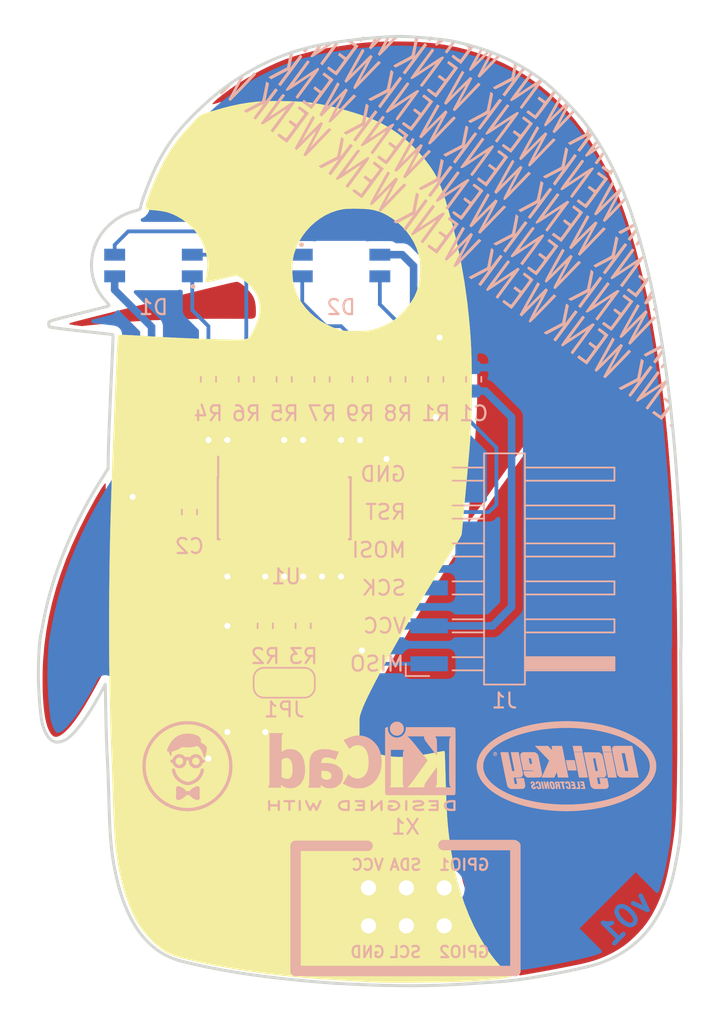
<source format=kicad_pcb>
(kicad_pcb (version 20171130) (host pcbnew "(5.1.0)-1")
  (title_block (title "Wenk SAO") (date 2019-09-30) (rev v01) (comment 2 creativecommons.org/licenses/by/4.0) (comment 3 "License: CC BY 4.0") (comment 4 "Author: Shawn Hymel"))
  (layers (0 F.Cu signal) (31 B.Cu signal) (34 B.Paste user) (35 F.Paste user) (36 B.SilkS user) (37 F.SilkS user) (38 B.Mask user) (39 F.Mask user hide) (44 Edge.Cuts user))
  (net 0 "")
  (net 1 VCC)
  (net 2 GND)
  (net 3 "Net-(D1-Pad4)")
  (net 4 "Net-(D1-Pad1)")
  (net 5 "Net-(D1-Pad3)")
  (net 6 "Net-(D2-Pad3)")
  (net 7 "Net-(D2-Pad1)")
  (net 8 "Net-(D2-Pad4)")
  (net 9 MISO)
  (net 10 SCK_SCL)
  (net 11 MOSI_SDA)
  (net 12 RST)
  (net 13 "Net-(JP1-Pad3)")
  (net 14 "Net-(JP1-Pad1)")
  (net 15 LED_A_RED)
  (net 16 LED_A_BLUE)
  (net 17 LED_A_GREEN)
  (net 18 LED_B_RED)
  (net 19 LED_B_BLUE)
  (net 20 LED_B_GREEN)
  (net 21 "Net-(U1-Pad12)")
  (net 22 "Net-(U1-Pad13)")
  (net 23 "Net-(X1-Pad5)")
  (net 24 "Net-(X1-Pad6)")
  (module footprints:led_sm_keepout (layer B.Cu) (at 134.747 78.74)
    (fp_text reference REF** hide)
    (fp_text value led_sm_keepout hide)
  )
  (module footprints:led_sm_keepout (layer B.Cu) (at 147.32 78.74)
    (fp_text reference REF** hide)
    (fp_text value led_sm_keepout hide)
  )
  (module footprints:gunter-back_silk (layer B.Cu) (at 148.59 95.25 180)
    (fp_text reference G*** hide)
    (fp_text value LOGO hide)
  )
  (module footprints:DigiKey-Logo_12x6mm_SilkScreen (layer B.Cu) (at 162.433 112.268 180)
    (fp_text reference G*** hide)
    (fp_text value LOGO hide)
  )
  (module Symbol:KiCad-Logo2_5mm_SilkScreen (layer B.Cu) (at 148.717 112.268 180)
    (fp_text reference REF** hide)
    (fp_text value KiCad-Logo2_5mm_SilkScreen hide)
  )
  (module footprints:Shawn-Logo_6x6mm_SilkScreen (layer B.Cu) (at 137.033 112.268 180)
    (fp_text reference G*** hide)
    (fp_text value LOGO hide)
  )
  (module footprints:gunter-outer (layer F.Cu) (at 148.59 94.996)
    (fp_text reference G*** hide)
    (fp_text value LOGO hide)
    (fp_poly (pts (xy -17.053342 -1.6249) (xy -17.048976 -1.55676) (xy -17.047651 -1.446637) (xy -17.049377 -1.292486) (xy -17.054161 -1.092265) (xy -17.062014 -0.84393) (xy -17.064647 -0.768768) (xy -17.079705 -0.312915) (xy -17.094103 0.189529) (xy -17.107784 0.73436) (xy -17.120692 1.317371) (xy -17.13277 1.934359) (xy -17.143962 2.581119) (xy -17.154212 3.253444) (xy -17.163463 3.947131) (xy -17.171658 4.657973) (xy -17.178742 5.381767) (xy -17.184657 6.114307) (xy -17.189347 6.851388) (xy -17.192756 7.588804) (xy -17.194827 8.322352) (xy -17.195501 8.974575) (xy -17.1958 10.97685) (xy -17.465447 11.476475) (xy -17.699821 11.907649) (xy -17.91512 12.296971) (xy -18.113836 12.648583) (xy -18.298463 12.966628) (xy -18.471493 13.255248) (xy -18.635417 13.518585) (xy -18.79273 13.760783) (xy -18.945923 13.985982) (xy -19.097489 14.198326) (xy -19.129336 14.241662) (xy -19.336288 14.508193) (xy -19.536348 14.738824) (xy -19.727604 14.93213) (xy -19.908143 15.086689) (xy -20.076053 15.201078) (xy -20.229421 15.273874) (xy -20.366335 15.303654) (xy -20.484882 15.288996) (xy -20.518108 15.27495) (xy -20.63509 15.189151) (xy -20.744763 15.055427) (xy -20.845987 14.876274) (xy -20.937621 14.654193) (xy -21.018525 14.39168) (xy -21.087559 14.091235) (xy -21.107655 13.983542) (xy -21.158547 13.647055) (xy -21.200582 13.267874) (xy -21.233522 12.853367) (xy -21.257129 12.410903) (xy -21.271165 11.947851) (xy -21.27539 11.471581) (xy -21.269569 10.989461) (xy -21.253461 10.508861) (xy -21.232463 10.1219) (xy -21.149062 9.168384) (xy -21.021104 8.215875) (xy -20.848129 7.262941) (xy -20.629682 6.30815) (xy -20.365304 5.350073) (xy -20.054538 4.387278) (xy -19.696925 3.418334) (xy -19.292009 2.441811) (xy -18.839332 1.456278) (xy -18.338436 0.460303) (xy -17.861227 -0.4191) (xy -17.685627 -0.729014) (xy -17.531207 -0.994738) (xy -17.398114 -1.216049) (xy -17.286492 -1.392723) (xy -17.196486 -1.524537) (xy -17.128241 -1.611268) (xy -17.081902 -1.652693) (xy -17.06074 -1.6531) (xy -17.053342 -1.6249)) (layer F.Cu) (width 0.01))
    (fp_poly (pts (xy 3.045976 -31.250136) (xy 3.515667 -31.237423) (xy 3.973624 -31.217181) (xy 4.0259 -31.214324) (xy 4.858588 -31.14446) (xy 5.685617 -31.028721) (xy 6.503412 -30.868268) (xy 7.308402 -30.664263) (xy 8.097013 -30.417868) (xy 8.865673 -30.130246) (xy 9.610807 -29.802558) (xy 10.328844 -29.435966) (xy 11.01621 -29.031633) (xy 11.296278 -28.849917) (xy 11.972108 -28.368028) (xy 12.620173 -27.843637) (xy 13.240411 -27.276819) (xy 13.832762 -26.667653) (xy 14.397166 -26.016214) (xy 14.933563 -25.322579) (xy 15.441892 -24.586825) (xy 15.922093 -23.80903) (xy 16.374107 -22.989269) (xy 16.797871 -22.12762) (xy 17.090372 -21.469804) (xy 17.386656 -20.739444) (xy 17.674307 -19.960822) (xy 17.952938 -19.135802) (xy 18.22216 -18.266248) (xy 18.481587 -17.354024) (xy 18.730833 -16.400995) (xy 18.969509 -15.409024) (xy 19.197229 -14.379976) (xy 19.413605 -13.315715) (xy 19.618252 -12.218105) (xy 19.81078 -11.089009) (xy 19.990804 -9.930293) (xy 20.157936 -8.74382) (xy 20.31179 -7.531455) (xy 20.451977 -6.295061) (xy 20.578111 -5.036503) (xy 20.63625 -4.3942) (xy 20.74671 -3.057425) (xy 20.848256 -1.682921) (xy 20.940186 -0.283095) (xy 21.021798 1.129651) (xy 21.09239 2.542911) (xy 21.151262 3.944281) (xy 21.197711 5.321357) (xy 21.209452 5.7404) (xy 21.219731 6.161611) (xy 21.22913 6.617676) (xy 21.237653 7.105421) (xy 21.245306 7.621671) (xy 21.252096 8.163252) (xy 21.258027 8.726991) (xy 21.263106 9.309712) (xy 21.267339 9.908244) (xy 21.27073 10.51941) (xy 21.273286 11.140038) (xy 21.275012 11.766953) (xy 21.275915 12.396982) (xy 21.275999 13.026949) (xy 21.275271 13.653682) (xy 21.273737 14.274006) (xy 21.271401 14.884747) (xy 21.26827 15.482732) (xy 21.26435 16.064785) (xy 21.259646 16.627734) (xy 21.254164 17.168403) (xy 21.24791 17.68362) (xy 21.240889 18.17021) (xy 21.233108 18.624999) (xy 21.224571 19.044813) (xy 21.215285 19.426478) (xy 21.205255 19.76682) (xy 21.194487 20.062666) (xy 21.183175 20.3073) (xy 21.162534 20.660127) (xy 21.138735 20.989609) (xy 21.110502 21.307495) (xy 21.076559 21.625535) (xy 21.035631 21.955478) (xy 20.986442 22.309076) (xy 20.927716 22.698078) (xy 20.914299 22.7838) (xy 20.825387 23.325494) (xy 20.735944 23.821245) (xy 20.644616 24.275903) (xy 20.550046 24.694316) (xy 20.45088 25.081335) (xy 20.34576 25.441811) (xy 20.233332 25.780591) (xy 20.11224 26.102527) (xy 19.981129 26.412468) (xy 19.838642 26.715264) (xy 19.786099 26.819931) (xy 19.591193 27.183267) (xy 19.394428 27.508877) (xy 19.186681 27.809316) (xy 18.95883 28.097136) (xy 18.701752 28.38489) (xy 18.492112 28.6004) (xy 18.199052 28.880457) (xy 17.915478 29.123971) (xy 17.628692 29.340099) (xy 17.325995 29.537998) (xy 16.99469 29.726824) (xy 16.766074 29.844992) (xy 16.524119 29.961648) (xy 16.286282 30.066685) (xy 16.045997 30.162098) (xy 15.796701 30.249879) (xy 15.531828 30.332024) (xy 15.244813 30.410525) (xy 14.929091 30.487378) (xy 14.578098 30.564574) (xy 14.185269 30.644109) (xy 14.0462 30.671043) (xy 13.824321 30.713617) (xy 13.588734 30.758847) (xy 13.352503 30.804222) (xy 13.12869 30.847233) (xy 12.930359 30.88537) (xy 12.7889 30.912594) (xy 12.660132 30.936965) (xy 12.495035 30.967558) (xy 12.302051 31.002865) (xy 12.089618 31.04138) (xy 11.866178 31.081594) (xy 11.640171 31.122) (xy 11.420037 31.161088) (xy 11.214216 31.197352) (xy 11.03115 31.229285) (xy 10.879277 31.255376) (xy 10.767039 31.274121) (xy 10.748229 31.277152) (xy 10.702877 31.270575) (xy 10.637444 31.236494) (xy 10.545643 31.171291) (xy 10.494229 31.130971) (xy 10.40854 31.059046) (xy 10.298035 30.961356) (xy 10.17386 30.848019) (xy 10.04716 30.729149) (xy 9.972938 30.6578) (xy 9.529946 30.193486) (xy 9.111401 29.685768) (xy 8.717838 29.136059) (xy 8.349794 28.545777) (xy 8.007804 27.916337) (xy 7.692403 27.249153) (xy 7.404128 26.545643) (xy 7.143514 25.80722) (xy 6.911097 25.035302) (xy 6.707412 24.231303) (xy 6.532996 23.39664) (xy 6.388385 22.532727) (xy 6.274112 21.640981) (xy 6.190716 20.722816) (xy 6.18553 20.6502) (xy 6.168376 20.371639) (xy 6.15269 20.050336) (xy 6.138665 19.69433) (xy 6.126492 19.311662) (xy 6.116363 18.910372) (xy 6.108471 18.498501) (xy 6.103007 18.08409) (xy 6.100163 17.675179) (xy 6.100132 17.279808) (xy 6.101054 17.112899) (xy 6.1087 16.077499) (xy 6.604 15.877893) (xy 7.006579 15.71228) (xy 7.368683 15.555628) (xy 7.698863 15.403589) (xy 8.00567 15.251812) (xy 8.297653 15.095947) (xy 8.583363 14.931644) (xy 8.87135 14.754554) (xy 9.091166 14.612577) (xy 9.515546 14.320618) (xy 9.925165 14.011579) (xy 10.329827 13.677488) (xy 10.739336 13.310373) (xy 11.015019 13.048067) (xy 11.521532 12.538545) (xy 11.98476 12.035057) (xy 12.410345 11.529967) (xy 12.80393 11.015641) (xy 13.171157 10.484444) (xy 13.517667 9.92874) (xy 13.849103 9.340897) (xy 14.07373 8.909031) (xy 14.348989 8.345742) (xy 14.594317 7.80525) (xy 14.812659 7.278536) (xy 15.00696 6.756579) (xy 15.180167 6.230362) (xy 15.335224 5.690865) (xy 15.475077 5.129069) (xy 15.602672 4.535955) (xy 15.720953 3.902504) (xy 15.734716 3.823035) (xy 15.771435 3.59038) (xy 15.807352 3.327309) (xy 15.841687 3.042615) (xy 15.873657 2.745092) (xy 15.902482 2.44353) (xy 15.927381 2.146725) (xy 15.947573 1.863467) (xy 15.962278 1.602551) (xy 15.970713 1.372769) (xy 15.972099 1.182914) (xy 15.971595 1.155999) (xy 15.968164 1.021348) (xy 15.964031 0.928548) (xy 15.957342 0.868664) (xy 15.94624 0.83276) (xy 15.928871 0.8119) (xy 15.90338 0.797149) (xy 15.896394 0.793786) (xy 15.810727 0.776691) (xy 15.732473 0.802148) (xy 15.677114 0.864347) (xy 15.671007 0.878383) (xy 15.663132 0.917976) (xy 15.651554 1.00224) (xy 15.636919 1.125234) (xy 15.619873 1.281016) (xy 15.601063 1.463644) (xy 15.581134 1.667176) (xy 15.560732 1.88567) (xy 15.557018 1.926588) (xy 15.524467 2.281821) (xy 15.494772 2.593286) (xy 15.46702 2.867878) (xy 15.440297 3.112488) (xy 15.41369 3.33401) (xy 15.386285 3.539336) (xy 15.357167 3.735359) (xy 15.325424 3.928972) (xy 15.290142 4.127068) (xy 15.250407 4.336541) (xy 15.211404 4.5339) (xy 15.057187 5.2291) (xy 14.876548 5.902821) (xy 14.666297 6.564156) (xy 14.423242 7.222197) (xy 14.144193 7.886035) (xy 13.825959 8.564763) (xy 13.727236 8.763) (xy 13.45251 9.287195) (xy 13.173529 9.776106) (xy 12.883964 10.238721) (xy 12.577484 10.684031) (xy 12.24776 11.121026) (xy 11.888463 11.558698) (xy 11.493263 12.006036) (xy 11.287421 12.228467) (xy 10.761341 12.76577) (xy 10.23465 13.255644) (xy 9.702851 13.701308) (xy 9.161448 14.105985) (xy 8.605943 14.472896) (xy 8.03184 14.805262) (xy 7.434642 15.106304) (xy 6.9977 15.301288) (xy 6.440458 15.519815) (xy 5.862358 15.712864) (xy 5.271772 15.87864) (xy 4.677072 16.015344) (xy 4.086628 16.12118) (xy 3.508814 16.194351) (xy 2.952001 16.233061) (xy 2.6289 16.238991) (xy 2.227306 16.22378) (xy 1.858377 16.180883) (xy 1.52374 16.111107) (xy 1.225021 16.015257) (xy 0.963846 15.894137) (xy 0.74184 15.748553) (xy 0.560631 15.57931) (xy 0.421845 15.387213) (xy 0.327107 15.173066) (xy 0.303352 15.0876) (xy 0.28512 14.971653) (xy 0.274352 14.8195) (xy 0.270907 14.645159) (xy 0.274638 14.462652) (xy 0.285403 14.285997) (xy 0.303057 14.129215) (xy 0.313868 14.065478) (xy 0.345624 13.923295) (xy 0.388 13.770588) (xy 0.442262 13.604647) (xy 0.509681 13.422759) (xy 0.591522 13.222213) (xy 0.689055 13.000298) (xy 0.803549 12.754302) (xy 0.936269 12.481514) (xy 1.088487 12.179221) (xy 1.261468 11.844714) (xy 1.456481 11.47528) (xy 1.674795 11.068208) (xy 1.917678 10.620787) (xy 1.968178 10.5283) (xy 2.636259 9.323921) (xy 3.329463 8.109134) (xy 4.044168 6.889644) (xy 4.776752 5.671153) (xy 5.523593 4.459367) (xy 6.281069 3.259989) (xy 7.045558 2.078724) (xy 7.813438 0.921274) (xy 8.581086 -0.206656) (xy 9.344881 -1.299362) (xy 10.101201 -2.35114) (xy 10.436019 -2.8067) (xy 10.615367 -3.05094) (xy 10.77841 -3.276823) (xy 10.922941 -3.481116) (xy 11.046756 -3.660587) (xy 11.147649 -3.812002) (xy 11.223415 -3.932128) (xy 11.271847 -4.017733) (xy 11.288714 -4.056691) (xy 11.28844 -4.135865) (xy 11.241562 -4.20804) (xy 11.172937 -4.256084) (xy 11.117205 -4.280875) (xy 11.081179 -4.278436) (xy 11.043602 -4.249997) (xy 10.999783 -4.202888) (xy 10.928656 -4.116223) (xy 10.83183 -3.992213) (xy 10.710913 -3.83307) (xy 10.567515 -3.641004) (xy 10.403245 -3.418225) (xy 10.21971 -3.166946) (xy 10.018521 -2.889377) (xy 9.801286 -2.587729) (xy 9.569614 -2.264212) (xy 9.325113 -1.921038) (xy 9.069393 -1.560418) (xy 8.804063 -1.184563) (xy 8.551647 -0.8255) (xy 8.390116 -0.595611) (xy 8.230932 -0.369715) (xy 8.077636 -0.152794) (xy 7.933769 0.050169) (xy 7.802871 0.234192) (xy 7.688485 0.394292) (xy 7.59415 0.525489) (xy 7.523408 0.622799) (xy 7.495593 0.6604) (xy 7.2771 0.9525) (xy 7.269865 0.7874) (xy 7.270238 0.718146) (xy 7.274968 0.606844) (xy 7.283505 0.462004) (xy 7.295298 0.292142) (xy 7.309799 0.105769) (xy 7.326456 -0.0886) (xy 7.326483 -0.0889) (xy 7.341526 -0.256424) (xy 7.360385 -0.466384) (xy 7.382327 -0.710621) (xy 7.406619 -0.980978) (xy 7.432527 -1.269294) (xy 7.459319 -1.567411) (xy 7.486261 -1.86717) (xy 7.512619 -2.160411) (xy 7.517059 -2.2098) (xy 7.572776 -2.836849) (xy 7.622922 -3.417588) (xy 7.667717 -3.956181) (xy 7.70738 -4.456786) (xy 7.74213 -4.923564) (xy 7.772186 -5.360677) (xy 7.797768 -5.772284) (xy 7.819093 -6.162547) (xy 7.836383 -6.535626) (xy 7.849855 -6.895682) (xy 7.859729 -7.246875) (xy 7.866223 -7.593366) (xy 7.869558 -7.939315) (xy 7.869952 -8.288884) (xy 7.867624 -8.646233) (xy 7.865543 -8.8265) (xy 7.847486 -9.724134) (xy 7.816879 -10.581264) (xy 7.772964 -11.406799) (xy 7.714983 -12.209645) (xy 7.642177 -12.998713) (xy 7.55379 -13.78291) (xy 7.449063 -14.571144) (xy 7.327238 -15.372323) (xy 7.288613 -15.6083) (xy 7.197252 -16.131962) (xy 7.09608 -16.664353) (xy 6.98626 -17.201206) (xy 6.868956 -17.738255) (xy 6.745333 -18.271231) (xy 6.616554 -18.795867) (xy 6.483784 -19.307896) (xy 6.348187 -19.80305) (xy 6.210926 -20.277062) (xy 6.073166 -20.725665) (xy 5.936071 -21.14459) (xy 5.800805 -21.529571) (xy 5.668532 -21.87634) (xy 5.540415 -22.18063) (xy 5.434765 -22.40446) (xy 5.218276 -22.793245) (xy 4.956371 -23.190753) (xy 4.652725 -23.592636) (xy 4.311013 -23.99455) (xy 3.934911 -24.392149) (xy 3.528093 -24.781087) (xy 3.1369 -25.12166) (xy 2.728976 -25.434476) (xy 2.274859 -25.73287) (xy 1.777386 -26.015709) (xy 1.239396 -26.281861) (xy 0.663725 -26.530192) (xy 0.053212 -26.759571) (xy -0.589307 -26.968865) (xy -1.260993 -27.156942) (xy -1.959008 -27.322668) (xy -2.680516 -27.464911) (xy -2.77578 -27.481599) (xy -3.072536 -27.531291) (xy -3.342424 -27.572657) (xy -3.59451 -27.606399) (xy -3.837862 -27.633219) (xy -4.081548 -27.653819) (xy -4.334633 -27.668899) (xy -4.606186 -27.679161) (xy -4.905275 -27.685306) (xy -5.240965 -27.688036) (xy -5.4483 -27.688335) (xy -5.810195 -27.686937) (xy -6.130646 -27.682467) (xy -6.418963 -27.674041) (xy -6.684457 -27.660779) (xy -6.936435 -27.641799) (xy -7.184208 -27.61622) (xy -7.437085 -27.583161) (xy -7.704376 -27.541739) (xy -7.99539 -27.491074) (xy -8.319437 -27.430284) (xy -8.4582 -27.403363) (xy -8.85728 -27.320447) (xy -9.209869 -27.236797) (xy -9.513946 -27.152897) (xy -9.5504 -27.141814) (xy -9.68328 -27.101545) (xy -9.775208 -27.075768) (xy -9.83353 -27.063219) (xy -9.865588 -27.062633) (xy -9.878726 -27.072745) (xy -9.8806 -27.084932) (xy -9.860231 -27.12611) (xy -9.80188 -27.192398) (xy -9.709685 -27.280501) (xy -9.587783 -27.387128) (xy -9.440311 -27.508984) (xy -9.271406 -27.642778) (xy -9.085204 -27.785214) (xy -8.885843 -27.933002) (xy -8.67746 -28.082846) (xy -8.464192 -28.231455) (xy -8.305184 -28.339011) (xy -7.757306 -28.690075) (xy -7.197676 -29.020748) (xy -6.633365 -29.327496) (xy -6.071444 -29.606783) (xy -5.518983 -29.855075) (xy -4.983055 -30.068834) (xy -4.5339 -30.224556) (xy -4.245286 -30.313052) (xy -3.92812 -30.403433) (xy -3.593365 -30.493014) (xy -3.251979 -30.579112) (xy -2.914925 -30.659041) (xy -2.593163 -30.730119) (xy -2.297653 -30.789661) (xy -2.0447 -30.834136) (xy -1.908578 -30.855594) (xy -1.731457 -30.883235) (xy -1.522569 -30.915635) (xy -1.291143 -30.951374) (xy -1.04641 -30.989027) (xy -0.797598 -31.027174) (xy -0.553938 -31.064391) (xy -0.32466 -31.099256) (xy -0.3048 -31.102267) (xy 0.01001 -31.143346) (xy 0.368365 -31.178328) (xy 0.763355 -31.207031) (xy 1.188069 -31.229279) (xy 1.635598 -31.244893) (xy 2.099032 -31.253692) (xy 2.571461 -31.2555) (xy 3.045976 -31.250136)) (layer F.Cu) (width 0.01))
  )
  (module footprints:gunter-silk (layer F.Cu) (at 148.59 95.25)
    (fp_text reference G*** hide)
    (fp_text value LOGO hide)
  )
  (module footprints:gunter-exposed_copper (layer F.Cu) (at 139.7 79.502)
    (fp_text reference G*** hide)
    (fp_text value LOGO hide)
    (fp_poly (pts (xy 0.726151 0.350638) (xy 0.843677 0.410211) (xy 0.98249 0.506308) (xy 1.138761 0.636319) (xy 1.28565 0.7747) (xy 1.470573 0.968469) (xy 1.615562 1.147809) (xy 1.725276 1.322625) (xy 1.804373 1.502821) (xy 1.857511 1.698301) (xy 1.889351 1.918969) (xy 1.90094 2.0828) (xy 1.908846 2.285833) (xy 1.908936 2.44436) (xy 1.899091 2.564354) (xy 1.877195 2.651788) (xy 1.841131 2.712635) (xy 1.78878 2.752869) (xy 1.718024 2.778461) (xy 1.649536 2.791969) (xy 1.600616 2.795526) (xy 1.505536 2.7985) (xy 1.368933 2.800871) (xy 1.195444 2.802618) (xy 0.989705 2.803718) (xy 0.756353 2.80415) (xy 0.500025 2.803895) (xy 0.225359 2.802928) (xy -0.06301 2.801231) (xy -0.1778 2.800369) (xy -1.818494 2.803064) (xy -3.441799 2.837235) (xy -5.042622 2.902645) (xy -6.615869 2.999057) (xy -8.156444 3.126232) (xy -9.0297 3.213643) (xy -9.201938 3.232011) (xy -9.361983 3.249053) (xy -9.501308 3.263862) (xy -9.611383 3.275532) (xy -9.683677 3.283157) (xy -9.7028 3.28515) (xy -9.758953 3.284775) (xy -9.85393 3.277604) (xy -9.976374 3.264752) (xy -10.11493 3.247336) (xy -10.179651 3.238287) (xy -10.314589 3.217916) (xy -10.431345 3.198614) (xy -10.520834 3.182015) (xy -10.573975 3.169752) (xy -10.584358 3.165509) (xy -10.586394 3.136042) (xy -10.537953 3.102339) (xy -10.439172 3.064477) (xy -10.37186 3.044269) (xy -10.260459 3.013763) (xy -10.102878 2.971973) (xy -9.902282 2.919687) (xy -9.661837 2.85769) (xy -9.384706 2.786769) (xy -9.074057 2.707712) (xy -8.733053 2.621306) (xy -8.36486 2.528336) (xy -7.972643 2.429592) (xy -7.559566 2.325858) (xy -7.128796 2.217922) (xy -6.683497 2.106572) (xy -6.226834 1.992593) (xy -5.761973 1.876773) (xy -5.292078 1.759899) (xy -4.820315 1.642758) (xy -4.349848 1.526136) (xy -3.883844 1.410821) (xy -3.425466 1.297599) (xy -2.977881 1.187258) (xy -2.544252 1.080583) (xy -2.127746 0.978363) (xy -1.731528 0.881384) (xy -1.358762 0.790433) (xy -1.012613 0.706296) (xy -0.696248 0.629762) (xy -0.41283 0.561616) (xy -0.165525 0.502646) (xy 0.042502 0.453638) (xy 0.129298 0.433463) (xy 0.276798 0.400091) (xy 0.410381 0.37121) (xy 0.520871 0.3487) (xy 0.599092 0.334437) (xy 0.633742 0.3302) (xy 0.726151 0.350638)) (layer F.Cu) (width 0.01))
  )
  (module footprints:gunter-sm_keepout (layer F.Cu) (at 139.7 79.502)
    (fp_text reference G*** hide)
    (fp_text value LOGO hide)
  )
  (module Capacitor_SMD:C_0603_1608Metric (layer B.Cu) (at 156.21 86.36 90)
    (fp_text reference C1 (at -2.286 0 180) (layer B.SilkS) (effects (justify mirror)))
    (fp_text value 10uF)
    (pad 1 smd roundrect (at -0.7875 0 90) (size 0.875 0.95) (layers B.Cu B.Paste B.Mask) (net 1 VCC))
    (pad 2 smd roundrect (at 0.7875 0 90) (size 0.875 0.95) (layers B.Cu B.Paste B.Mask) (net 2 GND))
  )
  (module Capacitor_SMD:C_0603_1608Metric (layer B.Cu) (at 137.16 95.25 270)
    (fp_text reference C2 (at 2.286 0) (layer B.SilkS) (effects (justify mirror)))
    (fp_text value 0.1uF)
    (pad 2 smd roundrect (at 0.7875 0 270) (size 0.875 0.95) (layers B.Cu B.Paste B.Mask) (net 2 GND))
    (pad 1 smd roundrect (at -0.7875 0 270) (size 0.875 0.95) (layers B.Cu B.Paste B.Mask) (net 1 VCC))
  )
  (module XZMDKCBDDG45S-9:XZMDKCBDDG45S-9 (layer B.Cu) (at 134.747 78.74)
    (fp_text reference D1 (at 0 2.794) (layer B.SilkS) (effects (justify mirror)))
    (fp_text value LED_RABG)
    (pad 4 smd rect (at 2.6 -0.725) (size 1.4 0.8) (layers B.Cu B.Paste B.Mask) (net 3 "Net-(D1-Pad4)"))
    (pad 1 smd rect (at 2.6 0.725) (size 1.4 0.8) (layers B.Cu B.Paste B.Mask) (net 4 "Net-(D1-Pad1)"))
    (pad 3 smd rect (at -2.6 -0.725) (size 1.4 0.8) (layers B.Cu B.Paste B.Mask) (net 5 "Net-(D1-Pad3)"))
    (pad 2 smd rect (at -2.6 0.725) (size 1.4 0.8) (layers B.Cu B.Paste B.Mask) (net 1 VCC))
  )
  (module XZMDKCBDDG45S-9:XZMDKCBDDG45S-9 (layer B.Cu) (at 147.32 78.74 180)
    (fp_text reference D2 (at 0 -2.794 180) (layer B.SilkS) (effects (justify mirror)))
    (fp_text value LED_RABG)
    (pad 2 smd rect (at -2.6 0.725 180) (size 1.4 0.8) (layers B.Cu B.Paste B.Mask) (net 1 VCC))
    (pad 3 smd rect (at -2.6 -0.725 180) (size 1.4 0.8) (layers B.Cu B.Paste B.Mask) (net 6 "Net-(D2-Pad3)"))
    (pad 1 smd rect (at 2.6 0.725 180) (size 1.4 0.8) (layers B.Cu B.Paste B.Mask) (net 7 "Net-(D2-Pad1)"))
    (pad 4 smd rect (at 2.6 -0.725 180) (size 1.4 0.8) (layers B.Cu B.Paste B.Mask) (net 8 "Net-(D2-Pad4)"))
  )
  (module Connector_Harwin:Harwin_M20-89006xx_1x06_P2.54mm_Horizontal (layer B.Cu) (at 158.75 99.06)
    (fp_text reference J1 (at -0.48 8.82) (layer B.SilkS) (effects (justify mirror)))
    (fp_text value Conn_01x06)
    (pad "" smd rect (at 3.895 6.35) (size 6 0.76) (layers B.SilkS))
    (pad 6 smd rect (at -5.525 -6.35) (size 2.5 1) (layers B.Cu B.Paste B.Mask) (net 2 GND))
    (pad 5 smd rect (at -5.525 -3.81) (size 2.5 1) (layers B.Cu B.Paste B.Mask) (net 12 RST))
    (pad 4 smd rect (at -5.525 -1.27) (size 2.5 1) (layers B.Cu B.Paste B.Mask) (net 11 MOSI_SDA))
    (pad 3 smd rect (at -5.525 1.27) (size 2.5 1) (layers B.Cu B.Paste B.Mask) (net 10 SCK_SCL))
    (pad 2 smd rect (at -5.525 3.81) (size 2.5 1) (layers B.Cu B.Paste B.Mask) (net 1 VCC))
    (pad 1 smd rect (at -5.525 6.35) (size 2.5 1) (layers B.Cu B.Paste B.Mask) (net 9 MISO))
  )
  (module footprints:SolderJumper-3_P1.3mm_Bridged123_RoundedPad1.0x1.5mm (layer B.Cu) (at 143.51 106.68)
    (fp_text reference JP1 (at 0 1.8) (layer B.SilkS) (effects (justify mirror)))
    (fp_text value SolderJumper_3_Bridged123)
    (fp_poly (pts (xy -0.9 0.3) (xy -0.4 0.3) (xy -0.4 -0.3) (xy -0.9 -0.3)) (layer B.Cu) (width 0))
    (fp_poly (pts (xy 0.35 0.3) (xy 0.85 0.3) (xy 0.85 -0.3) (xy 0.35 -0.3)) (layer B.Cu) (width 0))
    (pad 3 smd custom (at 1.3 0) (size 1 0.5) (layers B.Cu B.Mask) (net 13 "Net-(JP1-Pad3)") (options (clearance outline) (anchor rect)) (primitives (gr_circle (center 0 -0.25) (end 0.5 -0.25) (width 0)) (gr_circle (center 0 0.25) (end 0.5 0.25) (width 0)) (gr_poly (pts (xy -0.55 0.75) (xy 0 0.75) (xy 0 -0.75) (xy -0.55 -0.75)) (width 0))))
    (pad 2 smd rect (at 0 0) (size 1 1.5) (layers B.Cu B.Mask) (net 1 VCC))
    (pad 1 smd custom (at -1.3 0) (size 1 0.5) (layers B.Cu B.Mask) (net 14 "Net-(JP1-Pad1)") (options (clearance outline) (anchor rect)) (primitives (gr_circle (center 0 -0.25) (end 0.5 -0.25) (width 0)) (gr_circle (center 0 0.25) (end 0.5 0.25) (width 0)) (gr_poly (pts (xy 0.55 0.75) (xy 0 0.75) (xy 0 -0.75) (xy 0.55 -0.75)) (width 0))))
  )
  (module Resistor_SMD:R_0603_1608Metric (layer B.Cu) (at 153.67 86.36 270)
    (fp_text reference R1 (at 2.286 0) (layer B.SilkS) (effects (justify mirror)))
    (fp_text value 10k)
    (pad 2 smd roundrect (at 0.7875 0 270) (size 0.875 0.95) (layers B.Cu B.Paste B.Mask) (net 12 RST))
    (pad 1 smd roundrect (at -0.7875 0 270) (size 0.875 0.95) (layers B.Cu B.Paste B.Mask) (net 1 VCC))
  )
  (module Resistor_SMD:R_0603_1608Metric (layer B.Cu) (at 142.24 102.87 90)
    (fp_text reference R2 (at -2.032 0 180) (layer B.SilkS) (effects (justify mirror)))
    (fp_text value 4.7k)
    (pad 1 smd roundrect (at -0.7875 0 90) (size 0.875 0.95) (layers B.Cu B.Paste B.Mask) (net 14 "Net-(JP1-Pad1)"))
    (pad 2 smd roundrect (at 0.7875 0 90) (size 0.875 0.95) (layers B.Cu B.Paste B.Mask) (net 11 MOSI_SDA))
  )
  (module Resistor_SMD:R_0603_1608Metric (layer B.Cu) (at 144.78 102.87 90)
    (fp_text reference R3 (at -2.032 0 180) (layer B.SilkS) (effects (justify mirror)))
    (fp_text value 4.7k)
    (pad 2 smd roundrect (at 0.7875 0 90) (size 0.875 0.95) (layers B.Cu B.Paste B.Mask) (net 10 SCK_SCL))
    (pad 1 smd roundrect (at -0.7875 0 90) (size 0.875 0.95) (layers B.Cu B.Paste B.Mask) (net 13 "Net-(JP1-Pad3)"))
  )
  (module Resistor_SMD:R_0603_1608Metric (layer B.Cu) (at 138.43 86.36 270)
    (fp_text reference R4 (at 2.286 0) (layer B.SilkS) (effects (justify mirror)))
    (fp_text value 150)
    (pad 1 smd roundrect (at -0.7875 0 270) (size 0.875 0.95) (layers B.Cu B.Paste B.Mask) (net 4 "Net-(D1-Pad1)"))
    (pad 2 smd roundrect (at 0.7875 0 270) (size 0.875 0.95) (layers B.Cu B.Paste B.Mask) (net 15 LED_A_RED))
  )
  (module Resistor_SMD:R_0603_1608Metric (layer B.Cu) (at 143.51 86.36 270)
    (fp_text reference R5 (at 2.286 0) (layer B.SilkS) (effects (justify mirror)))
    (fp_text value 100)
    (pad 2 smd roundrect (at 0.7875 0 270) (size 0.875 0.95) (layers B.Cu B.Paste B.Mask) (net 16 LED_A_BLUE))
    (pad 1 smd roundrect (at -0.7875 0 270) (size 0.875 0.95) (layers B.Cu B.Paste B.Mask) (net 5 "Net-(D1-Pad3)"))
  )
  (module Resistor_SMD:R_0603_1608Metric (layer B.Cu) (at 140.97 86.36 270)
    (fp_text reference R6 (at 2.286 0) (layer B.SilkS) (effects (justify mirror)))
    (fp_text value 100)
    (pad 1 smd roundrect (at -0.7875 0 270) (size 0.875 0.95) (layers B.Cu B.Paste B.Mask) (net 3 "Net-(D1-Pad4)"))
    (pad 2 smd roundrect (at 0.7875 0 270) (size 0.875 0.95) (layers B.Cu B.Paste B.Mask) (net 17 LED_A_GREEN))
  )
  (module Resistor_SMD:R_0603_1608Metric (layer B.Cu) (at 146.05 86.36 270)
    (fp_text reference R7 (at 2.286 0) (layer B.SilkS) (effects (justify mirror)))
    (fp_text value 150)
    (pad 1 smd roundrect (at -0.7875 0 270) (size 0.875 0.95) (layers B.Cu B.Paste B.Mask) (net 7 "Net-(D2-Pad1)"))
    (pad 2 smd roundrect (at 0.7875 0 270) (size 0.875 0.95) (layers B.Cu B.Paste B.Mask) (net 18 LED_B_RED))
  )
  (module Resistor_SMD:R_0603_1608Metric (layer B.Cu) (at 151.13 86.36 270)
    (fp_text reference R8 (at 2.286 0) (layer B.SilkS) (effects (justify mirror)))
    (fp_text value 100)
    (pad 2 smd roundrect (at 0.7875 0 270) (size 0.875 0.95) (layers B.Cu B.Paste B.Mask) (net 19 LED_B_BLUE))
    (pad 1 smd roundrect (at -0.7875 0 270) (size 0.875 0.95) (layers B.Cu B.Paste B.Mask) (net 6 "Net-(D2-Pad3)"))
  )
  (module Resistor_SMD:R_0603_1608Metric (layer B.Cu) (at 148.59 86.36 270)
    (fp_text reference R9 (at 2.286 0) (layer B.SilkS) (effects (justify mirror)))
    (fp_text value 100)
    (pad 1 smd roundrect (at -0.7875 0 270) (size 0.875 0.95) (layers B.Cu B.Paste B.Mask) (net 8 "Net-(D2-Pad4)"))
    (pad 2 smd roundrect (at 0.7875 0 270) (size 0.875 0.95) (layers B.Cu B.Paste B.Mask) (net 20 LED_B_GREEN))
  )
  (module Package_SO:SOIC-14_3.9x8.7mm_P1.27mm (layer B.Cu) (at 143.51 94.996 270)
    (fp_text reference U1 (at 4.572 -0.127) (layer B.SilkS) (effects (justify mirror)))
    (fp_text value ATtiny84A-SSU)
    (pad 14 smd rect (at 2.7 3.81 270) (size 1.5 0.6) (layers B.Cu B.Paste B.Mask) (net 2 GND))
    (pad 13 smd rect (at 2.7 2.54 270) (size 1.5 0.6) (layers B.Cu B.Paste B.Mask) (net 22 "Net-(U1-Pad13)"))
    (pad 12 smd rect (at 2.7 1.27 270) (size 1.5 0.6) (layers B.Cu B.Paste B.Mask) (net 21 "Net-(U1-Pad12)"))
    (pad 11 smd rect (at 2.7 0 270) (size 1.5 0.6) (layers B.Cu B.Paste B.Mask) (net 20 LED_B_GREEN))
    (pad 10 smd rect (at 2.7 -1.27 270) (size 1.5 0.6) (layers B.Cu B.Paste B.Mask) (net 19 LED_B_BLUE))
    (pad 9 smd rect (at 2.7 -2.54 270) (size 1.5 0.6) (layers B.Cu B.Paste B.Mask) (net 10 SCK_SCL))
    (pad 8 smd rect (at 2.7 -3.81 270) (size 1.5 0.6) (layers B.Cu B.Paste B.Mask) (net 9 MISO))
    (pad 7 smd rect (at -2.7 -3.81 270) (size 1.5 0.6) (layers B.Cu B.Paste B.Mask) (net 11 MOSI_SDA))
    (pad 6 smd rect (at -2.7 -2.54 270) (size 1.5 0.6) (layers B.Cu B.Paste B.Mask) (net 18 LED_B_RED))
    (pad 5 smd rect (at -2.7 -1.27 270) (size 1.5 0.6) (layers B.Cu B.Paste B.Mask) (net 15 LED_A_RED))
    (pad 4 smd rect (at -2.7 0 270) (size 1.5 0.6) (layers B.Cu B.Paste B.Mask) (net 12 RST))
    (pad 3 smd rect (at -2.7 1.27 270) (size 1.5 0.6) (layers B.Cu B.Paste B.Mask) (net 16 LED_A_BLUE))
    (pad 2 smd rect (at -2.7 2.54 270) (size 1.5 0.6) (layers B.Cu B.Paste B.Mask) (net 17 LED_A_GREEN))
    (pad 1 smd rect (at -2.7 3.81 270) (size 1.5 0.6) (layers B.Cu B.Paste B.Mask) (net 1 VCC))
  )
  (module footprints:Badgelife-SAOv169-SAO-2x3_nopin1 (layer F.Cu) (at 151.638 121.666)
    (fp_text reference X1 (at 0 -5.334) (layer B.SilkS) (effects (justify mirror)))
    (fp_text value Badgelife_sao_connector_v169bis)
    (fp_text user GPIO2 (at 3.937 3.048) (layer B.SilkS) (effects (font (size 0.75 0.75)) (justify mirror)))
    (fp_text user SCL (at 0 3.048) (layer B.SilkS) (effects (font (size 0.75 0.75)) (justify mirror)))
    (fp_text user GND (at -2.54 3.048 unlocked) (layer B.SilkS) (effects (font (size 0.75 0.75)) (justify mirror)))
    (fp_text user GPIO1 (at 3.937 -2.794 unlocked) (layer B.SilkS) (effects (font (size 0.75 0.75)) (justify mirror)))
    (fp_text user SDA (at 0 -2.794 unlocked) (layer B.SilkS) (effects (font (size 0.75 0.75)) (justify mirror)))
    (fp_text user VCC (at -2.54 -2.794 unlocked) (layer B.SilkS) (effects (font (size 0.75 0.75)) (justify mirror)))
    (pad 2 thru_hole rect (at -2.48 1.29 270) (size 1.7272 1.7272) (drill 1.016) (layers *.Cu *.Mask) (net 2 GND))
    (pad 1 thru_hole oval (at -2.48 -1.25 270) (size 1.7272 1.7272) (drill 1.016) (layers *.Cu *.Mask) (net 1 VCC))
    (pad 4 thru_hole oval (at 0.06 1.29 270) (size 1.7272 1.7272) (drill 1.016) (layers *.Cu *.Mask) (net 10 SCK_SCL))
    (pad 3 thru_hole oval (at 0.06 -1.25 270) (size 1.7272 1.7272) (drill 1.016) (layers *.Cu *.Mask) (net 11 MOSI_SDA))
    (pad 6 thru_hole circle (at 2.6 1.29 270) (size 1.7272 1.7272) (drill 1.016) (layers *.Cu *.Mask) (net 24 "Net-(X1-Pad6)"))
    (pad 5 thru_hole circle (at 2.6 -1.25 270) (size 1.7272 1.7272) (drill 1.016) (layers *.Cu *.Mask) (net 23 "Net-(X1-Pad5)"))
  )
  (gr_text MISO (at 151.638 105.41) (layer B.SilkS) (effects (font (size 1 1)) (justify left mirror)))
  (gr_text VCC (at 151.765 102.87) (layer B.SilkS) (effects (font (size 1 1)) (justify left mirror)))
  (gr_text SCK (at 151.765 100.33) (layer B.SilkS) (effects (font (size 1 1)) (justify left mirror)))
  (gr_text MOSI (at 151.765 97.79) (layer B.SilkS) (effects (font (size 1 1)) (justify left mirror)))
  (gr_text RST (at 151.765 95.25) (layer B.SilkS) (effects (font (size 1 1)) (justify left mirror)))
  (gr_text GND (at 151.765 92.71) (layer B.SilkS) (effects (font (size 1 1)) (justify left mirror)))
  (gr_text v01 (at 166.37 122.428 45) (layer B.Cu) (effects (font (size 1.5 1.5) (thickness 0.3)) (justify mirror)))
  (gr_line (start 151.359117 63.398274) (end 151.359122 63.398644) (layer Edge.Cuts) (width 0.2))
  (gr_curve (pts (xy 154.846263 63.728714) (xy 154.088931 63.568484) (xy 151.907609 63.400424) (xy 151.359117 63.398274)) (layer Edge.Cuts) (width 0.2))
  (gr_curve (pts (xy 160.804693 66.326154) (xy 159.053779 65.030354) (xy 157.219959 64.230914) (xy 154.846263 63.728714)) (layer Edge.Cuts) (width 0.2))
  (gr_curve (pts (xy 163.720885 69.262624) (xy 163.091549 68.417273) (xy 161.597233 66.912703) (xy 160.804693 66.326154)) (layer Edge.Cuts) (width 0.2))
  (gr_curve (pts (xy 167.47405 77.506383) (xy 166.487884 73.953133) (xy 165.346408 71.446043) (xy 163.720885 69.262624)) (layer Edge.Cuts) (width 0.2))
  (gr_curve (pts (xy 169.878573 93.642403) (xy 169.458247 87.222692) (xy 168.632578 81.680663) (xy 167.47405 77.506383)) (layer Edge.Cuts) (width 0.2))
  (gr_curve (pts (xy 170.033542 95.981143) (xy 169.997882 95.450583) (xy 169.928046 94.398073) (xy 169.878573 93.642403)) (layer Edge.Cuts) (width 0.2))
  (gr_curve (pts (xy 170.086382 104.487901) (xy 170.158102 105.303132) (xy 170.106992 97.074273) (xy 170.033542 95.981143)) (layer Edge.Cuts) (width 0.2))
  (gr_curve (pts (xy 170.120662 109.648562) (xy 170.125762 107.969552) (xy 170.089812 106.238862) (xy 170.086382 104.487901)) (layer Edge.Cuts) (width 0.2))
  (gr_curve (pts (xy 170.128862 113.054612) (xy 170.138912 111.424232) (xy 170.134662 110.097522) (xy 170.120662 109.648562)) (layer Edge.Cuts) (width 0.2))
  (gr_curve (pts (xy 169.703591 119.018872) (xy 170.11339 116.912502) (xy 170.10427 117.043532) (xy 170.128862 113.054612)) (layer Edge.Cuts) (width 0.2))
  (gr_curve (pts (xy 164.460374 125.527321) (xy 167.308494 124.619221) (xy 169.029716 122.482582) (xy 169.703591 119.018872)) (layer Edge.Cuts) (width 0.2))
  (gr_curve (pts (xy 160.228022 126.414421) (xy 161.845898 126.148501) (xy 163.790957 125.740741) (xy 164.460374 125.527321)) (layer Edge.Cuts) (width 0.2))
  (gr_curve (pts (xy 155.807136 126.844051) (xy 157.919642 126.686611) (xy 158.330986 126.726231) (xy 160.228022 126.414421)) (layer Edge.Cuts) (width 0.2))
  (gr_curve (pts (xy 153.553982 126.944421) (xy 153.797149 126.955521) (xy 154.931961 126.897821) (xy 155.807136 126.844051)) (layer Edge.Cuts) (width 0.2))
  (gr_curve (pts (xy 150.573896 126.950421) (xy 151.449872 126.982321) (xy 152.787423 126.973521) (xy 153.553982 126.944421)) (layer Edge.Cuts) (width 0.2))
  (gr_curve (pts (xy 146.977863 126.811591) (xy 147.42988 126.843891) (xy 150.605254 126.981761) (xy 150.573896 126.950421)) (layer Edge.Cuts) (width 0.2))
  (gr_line (start 146.977863 126.811961) (end 146.977863 126.811591) (layer Edge.Cuts) (width 0.2))
  (gr_curve (pts (xy 136.633186 125.328571) (xy 139.460288 126.042111) (xy 142.693958 126.505951) (xy 146.977863 126.811961)) (layer Edge.Cuts) (width 0.2))
  (gr_curve (pts (xy 132.154453 119.191962) (xy 132.854896 122.721872) (xy 134.333683 124.748201) (xy 136.633186 125.328571)) (layer Edge.Cuts) (width 0.2))
  (gr_curve (pts (xy 131.762392 114.690392) (xy 131.818702 116.885162) (xy 131.91425 117.981442) (xy 132.154453 119.191962)) (layer Edge.Cuts) (width 0.2))
  (gr_curve (pts (xy 131.652413 111.737892) (xy 131.683763 112.220222) (xy 131.733093 113.548872) (xy 131.762392 114.690392)) (layer Edge.Cuts) (width 0.2))
  (gr_curve (pts (xy 131.554573 108.821772) (xy 131.576912 109.943282) (xy 131.621052 111.255562) (xy 131.652413 111.737892)) (layer Edge.Cuts) (width 0.2))
  (gr_line (start 131.514232 106.782772) (end 131.554573 108.821772) (layer Edge.Cuts) (width 0.2))
  (gr_line (start 131.400328 107.009372) (end 131.514232 106.782772) (layer Edge.Cuts) (width 0.2))
  (gr_curve (pts (xy 130.932921 107.850092) (xy 131.127671 107.512452) (xy 131.337854 107.134052) (xy 131.400328 107.009372)) (layer Edge.Cuts) (width 0.2))
  (gr_curve (pts (xy 128.777289 110.537112) (xy 129.29138 110.304022) (xy 130.095607 109.301742) (xy 130.932921 107.850092)) (layer Edge.Cuts) (width 0.2))
  (gr_curve (pts (xy 127.31116 109.486922) (xy 127.638469 110.539412) (xy 128.077911 110.854222) (xy 128.777289 110.537112)) (layer Edge.Cuts) (width 0.2))
  (gr_curve (pts (xy 127.029431 106.157232) (xy 127.025531 107.151992) (xy 127.176683 109.054502) (xy 127.31116 109.486922)) (layer Edge.Cuts) (width 0.2))
  (gr_curve (pts (xy 127.310088 102.891412) (xy 127.253148 103.280562) (xy 127.039131 103.652402) (xy 127.029431 106.157232)) (layer Edge.Cuts) (width 0.2))
  (gr_curve (pts (xy 131.238574 93.076123) (xy 129.247533 96.231053) (xy 127.870529 99.671532) (xy 127.310088 102.891412)) (layer Edge.Cuts) (width 0.2))
  (gr_line (start 131.708835 92.331392) (end 131.238574 93.076123) (layer Edge.Cuts) (width 0.2))
  (gr_line (start 131.70847 91.774003) (end 131.708835 92.331392) (layer Edge.Cuts) (width 0.2))
  (gr_curve (pts (xy 131.971273 85.138883) (xy 131.832293 88.045752) (xy 131.708182 91.182572) (xy 131.70847 91.774003)) (layer Edge.Cuts) (width 0.2))
  (gr_curve (pts (xy 132.038402 83.370723) (xy 132.047603 83.379723) (xy 132.017313 84.175653) (xy 131.971273 85.138883)) (layer Edge.Cuts) (width 0.2))
  (gr_curve (pts (xy 130.621907 83.207303) (xy 131.391697 83.288003) (xy 132.029158 83.361493) (xy 132.038402 83.370723)) (layer Edge.Cuts) (width 0.2))
  (gr_curve (pts (xy 127.777844 82.849373) (xy 127.846544 82.891773) (xy 129.013708 83.038693) (xy 130.621907 83.207303)) (layer Edge.Cuts) (width 0.2))
  (gr_curve (pts (xy 127.730364 82.652773) (xy 127.730364 82.744873) (xy 127.751754 82.833263) (xy 127.777844 82.849373)) (layer Edge.Cuts) (width 0.2))
  (gr_curve (pts (xy 129.894921 81.921253) (xy 127.60373 82.489393) (xy 127.730364 82.446653) (xy 127.730364 82.652773)) (layer Edge.Cuts) (width 0.2))
  (gr_curve (pts (xy 131.75847 81.450923) (xy 131.715001 81.466223) (xy 130.876298 81.677873) (xy 129.894921 81.921253)) (layer Edge.Cuts) (width 0.2))
  (gr_curve (pts (xy 131.507809 81.066963) (xy 131.728884 81.305602) (xy 131.811463 81.432233) (xy 131.75847 81.450923)) (layer Edge.Cuts) (width 0.2))
  (gr_curve (pts (xy 131.64528 76.159663) (xy 130.296504 77.507583) (xy 130.235374 79.693453) (xy 131.507809 81.066963)) (layer Edge.Cuts) (width 0.2))
  (gr_curve (pts (xy 133.624519 75.051673) (xy 132.774617 75.269153) (xy 132.232724 75.572603) (xy 131.64528 76.159663)) (layer Edge.Cuts) (width 0.2))
  (gr_curve (pts (xy 133.873399 74.887883) (xy 133.873264 74.956683) (xy 133.795229 75.007993) (xy 133.624519 75.051673)) (layer Edge.Cuts) (width 0.2))
  (gr_curve (pts (xy 134.894619 72.156983) (xy 134.505134 72.952063) (xy 133.873865 74.640083) (xy 133.873399 74.887883)) (layer Edge.Cuts) (width 0.2))
  (gr_curve (pts (xy 137.798672 68.298444) (xy 136.379965 69.659294) (xy 135.630251 70.655243) (xy 134.894619 72.156983)) (layer Edge.Cuts) (width 0.2))
  (gr_curve (pts (xy 146.334431 63.892514) (xy 143.140781 64.436214) (xy 140.292294 65.906504) (xy 137.798672 68.298444)) (layer Edge.Cuts) (width 0.2))
  (gr_curve (pts (xy 151.359122 63.398644) (xy 150.640569 63.395644) (xy 148.601468 63.506564) (xy 146.334431 63.892514)) (layer Edge.Cuts) (width 0.2))
  (segment (start 137.16 94.4625) (end 139.2175 94.4625) (width 0.508) (layer B.Cu) (net 1))
  (segment (start 139.7 93.98) (end 139.7 92.296) (width 0.508) (layer B.Cu) (net 1))
  (segment (start 139.2175 94.4625) (end 139.7 93.98) (width 0.508) (layer B.Cu) (net 1))
  (segment (start 152.183 84.0855) (end 153.67 85.5725) (width 0.508) (layer B.Cu) (net 1))
  (segment (start 152.183 78.777) (end 152.183 84.0855) (width 0.508) (layer B.Cu) (net 1))
  (segment (start 149.92 78.015) (end 151.421 78.015) (width 0.508) (layer B.Cu) (net 1))
  (segment (start 151.421 78.015) (end 152.183 78.777) (width 0.508) (layer B.Cu) (net 1))
  (segment (start 153.225 102.87) (end 157.48 102.87) (width 0.508) (layer B.Cu) (net 1))
  (segment (start 157.48 102.87) (end 158.75 101.6) (width 0.508) (layer B.Cu) (net 1))
  (segment (start 132.147 79.465) (end 132.147 80.373) (width 0.508) (layer B.Cu) (net 1))
  (segment (start 132.147 80.373) (end 134.62 82.846) (width 0.508) (layer B.Cu) (net 1))
  (segment (start 134.6455 94.4625) (end 134.62 94.488) (width 0.508) (layer B.Cu) (net 1))
  (segment (start 137.16 94.4625) (end 134.6455 94.4625) (width 0.508) (layer B.Cu) (net 1))
  (segment (start 134.62 82.846) (end 134.62 94.488) (width 0.508) (layer B.Cu) (net 1))
  (segment (start 134.62 104.14) (end 139.192 108.712) (width 0.508) (layer B.Cu) (net 1))
  (segment (start 134.62 94.488) (end 134.62 104.14) (width 0.508) (layer B.Cu) (net 1))
  (segment (start 143.51 106.68) (end 143.51 108.712) (width 0.508) (layer B.Cu) (net 1))
  (segment (start 149.158 120.416) (end 140.97 112.228) (width 0.508) (layer B.Cu) (net 1))
  (segment (start 140.97 110.49) (end 140.97 108.712) (width 0.508) (layer B.Cu) (net 1))
  (segment (start 140.97 112.228) (end 140.97 110.49) (width 0.508) (layer B.Cu) (net 1))
  (segment (start 139.192 108.712) (end 140.97 108.712) (width 0.508) (layer B.Cu) (net 1))
  (segment (start 140.97 108.712) (end 143.51 108.712) (width 0.508) (layer B.Cu) (net 1))
  (segment (start 150.876 102.87) (end 153.225 102.87) (width 0.508) (layer B.Cu) (net 1))
  (segment (start 148.59 102.87) (end 150.876 102.87) (width 0.508) (layer B.Cu) (net 1))
  (segment (start 146.558 104.902) (end 148.59 102.87) (width 0.508) (layer B.Cu) (net 1))
  (segment (start 146.558 107.188) (end 146.558 104.902) (width 0.508) (layer B.Cu) (net 1))
  (segment (start 143.51 108.712) (end 145.034 108.712) (width 0.508) (layer B.Cu) (net 1))
  (segment (start 145.034 108.712) (end 146.558 107.188) (width 0.508) (layer B.Cu) (net 1))
  (segment (start 156.21 87.1475) (end 155.2195 87.1475) (width 0.508) (layer B.Cu) (net 1))
  (segment (start 155.2195 87.1475) (end 154.94 86.868) (width 0.508) (layer B.Cu) (net 1))
  (segment (start 153.67 85.5725) (end 154.6605 85.5725) (width 0.508) (layer B.Cu) (net 1))
  (segment (start 154.6605 85.5725) (end 154.94 85.852) (width 0.508) (layer B.Cu) (net 1))
  (segment (start 154.94 85.852) (end 154.94 86.868) (width 0.508) (layer B.Cu) (net 1))
  (segment (start 156.21 87.1475) (end 156.9975 87.1475) (width 0.508) (layer B.Cu) (net 1))
  (segment (start 156.9975 87.1475) (end 158.75 88.9) (width 0.508) (layer B.Cu) (net 1))
  (segment (start 158.75 88.9) (end 158.75 101.6) (width 0.508) (layer B.Cu) (net 1))
  (via (at 139.7 99.568) (size 0.9144) (drill 0.4064) (layers F.Cu B.Cu) (net 2))
  (segment (start 139.7 97.696) (end 139.7 99.568) (width 0.254) (layer B.Cu) (net 2))
  (via (at 139.7 102.87) (size 0.9144) (drill 0.4064) (layers F.Cu B.Cu) (net 2))
  (segment (start 139.7 99.568) (end 139.7 102.87) (width 0.508) (layer F.Cu) (net 2))
  (via (at 139.7 109.982) (size 0.9144) (drill 0.4064) (layers F.Cu B.Cu) (net 2))
  (segment (start 139.7 102.87) (end 139.7 109.982) (width 0.508) (layer F.Cu) (net 2))
  (segment (start 139.7 110.628578) (end 139.7 109.982) (width 0.508) (layer B.Cu) (net 2))
  (segment (start 139.7 114.8696) (end 139.7 110.628578) (width 0.508) (layer B.Cu) (net 2))
  (segment (start 147.7864 122.956) (end 139.7 114.8696) (width 0.508) (layer B.Cu) (net 2))
  (segment (start 149.158 122.956) (end 147.7864 122.956) (width 0.508) (layer B.Cu) (net 2))
  (via (at 138.43 90.424) (size 0.9144) (drill 0.4064) (layers F.Cu B.Cu) (net 2))
  (segment (start 139.7 97.145962) (end 139.7 99.568) (width 0.508) (layer F.Cu) (net 2))
  (segment (start 138.43 95.875962) (end 139.7 97.145962) (width 0.508) (layer F.Cu) (net 2))
  (segment (start 138.43 90.424) (end 138.43 92.71) (width 0.508) (layer F.Cu) (net 2))
  (via (at 153.924 83.566) (size 0.9144) (drill 0.4064) (layers F.Cu B.Cu) (net 2))
  (segment (start 150.114 87.376) (end 153.924 83.566) (width 0.508) (layer F.Cu) (net 2))
  (segment (start 140.462 87.376) (end 150.114 87.376) (width 0.508) (layer F.Cu) (net 2))
  (segment (start 138.43 90.424) (end 138.43 89.408) (width 0.508) (layer F.Cu) (net 2))
  (segment (start 138.43 89.408) (end 140.462 87.376) (width 0.508) (layer F.Cu) (net 2))
  (via (at 133.35 94.234) (size 0.9144) (drill 0.4064) (layers F.Cu B.Cu) (net 2))
  (segment (start 138.43 94.234) (end 133.35 94.234) (width 0.508) (layer F.Cu) (net 2))
  (segment (start 138.43 94.234) (end 138.43 95.875962) (width 0.508) (layer F.Cu) (net 2))
  (segment (start 138.43 92.71) (end 138.43 94.234) (width 0.508) (layer F.Cu) (net 2))
  (via (at 150.368 91.694) (size 0.9144) (drill 0.4064) (layers F.Cu B.Cu) (net 2))
  (segment (start 146.05 90.795962) (end 146.05 90.126446) (width 0.508) (layer F.Cu) (net 2))
  (segment (start 138.43 92.71) (end 144.135962 92.71) (width 0.508) (layer F.Cu) (net 2))
  (segment (start 149.352 89.154) (end 150.368 90.17) (width 0.508) (layer F.Cu) (net 2))
  (segment (start 147.022446 89.154) (end 149.352 89.154) (width 0.508) (layer F.Cu) (net 2))
  (segment (start 146.05 90.126446) (end 147.022446 89.154) (width 0.508) (layer F.Cu) (net 2))
  (segment (start 144.135962 92.71) (end 146.05 90.795962) (width 0.508) (layer F.Cu) (net 2))
  (segment (start 150.368 90.17) (end 150.368 91.694) (width 0.508) (layer F.Cu) (net 2))
  (segment (start 137.347 78.015) (end 139.991 78.015) (width 0.254) (layer B.Cu) (net 3))
  (segment (start 139.991 78.015) (end 140.97 78.994) (width 0.254) (layer B.Cu) (net 3))
  (segment (start 140.97 78.994) (end 140.97 85.5725) (width 0.254) (layer B.Cu) (net 3))
  (segment (start 137.347 79.465) (end 137.347 81.721) (width 0.254) (layer B.Cu) (net 4))
  (segment (start 138.43 82.804) (end 137.347 81.721) (width 0.254) (layer B.Cu) (net 4))
  (segment (start 138.43 85.5725) (end 138.43 82.804) (width 0.254) (layer B.Cu) (net 4))
  (segment (start 132.147 77.361) (end 133.054 76.454) (width 0.254) (layer B.Cu) (net 5))
  (segment (start 143.51 83.312) (end 143.51 85.5725) (width 0.254) (layer B.Cu) (net 5))
  (segment (start 132.147 78.015) (end 132.147 77.361) (width 0.254) (layer B.Cu) (net 5))
  (segment (start 133.054 76.454) (end 139.954 76.454) (width 0.254) (layer B.Cu) (net 5))
  (segment (start 139.954 76.454) (end 142.24 78.74) (width 0.254) (layer B.Cu) (net 5))
  (segment (start 142.24 78.74) (end 142.24 82.042) (width 0.254) (layer B.Cu) (net 5))
  (segment (start 142.24 82.042) (end 143.51 83.312) (width 0.254) (layer B.Cu) (net 5))
  (segment (start 149.92 79.465) (end 149.92 81.34) (width 0.254) (layer B.Cu) (net 6))
  (segment (start 149.92 81.34) (end 151.13 82.55) (width 0.254) (layer B.Cu) (net 6))
  (segment (start 151.13 82.55) (end 151.13 85.5725) (width 0.254) (layer B.Cu) (net 6))
  (segment (start 144.211991 83.734491) (end 146.05 85.5725) (width 0.254) (layer B.Cu) (net 7))
  (segment (start 144.211991 82.743991) (end 144.211991 83.734491) (width 0.254) (layer B.Cu) (net 7))
  (segment (start 143.002 81.534) (end 144.211991 82.743991) (width 0.254) (layer B.Cu) (net 7))
  (segment (start 143.002 78.486) (end 143.002 81.534) (width 0.254) (layer B.Cu) (net 7))
  (segment (start 144.72 78.015) (end 143.473 78.015) (width 0.254) (layer B.Cu) (net 7))
  (segment (start 143.473 78.015) (end 143.002 78.486) (width 0.254) (layer B.Cu) (net 7))
  (segment (start 148.59 84.074) (end 148.59 85.5725) (width 0.254) (layer B.Cu) (net 8))
  (segment (start 147.32 82.804) (end 148.59 84.074) (width 0.254) (layer B.Cu) (net 8))
  (segment (start 146.304 82.804) (end 147.32 82.804) (width 0.254) (layer B.Cu) (net 8))
  (segment (start 144.72 79.465) (end 144.72 81.22) (width 0.254) (layer B.Cu) (net 8))
  (segment (start 144.72 81.22) (end 146.304 82.804) (width 0.254) (layer B.Cu) (net 8))
  (via (at 147.32 99.568) (size 0.9144) (drill 0.4064) (layers F.Cu B.Cu) (net 9))
  (segment (start 147.32 97.696) (end 147.32 99.568) (width 0.254) (layer B.Cu) (net 9))
  (via (at 148.717 104.521) (size 0.9144) (drill 0.4064) (layers F.Cu B.Cu) (net 9))
  (segment (start 149.606 105.41) (end 148.717 104.521) (width 0.254) (layer B.Cu) (net 9))
  (segment (start 153.225 105.41) (end 149.606 105.41) (width 0.254) (layer B.Cu) (net 9))
  (segment (start 147.32 103.124) (end 148.717 104.521) (width 0.254) (layer F.Cu) (net 9))
  (segment (start 147.32 99.568) (end 147.32 103.124) (width 0.254) (layer F.Cu) (net 9))
  (via (at 138.43 111.76) (size 0.9144) (drill 0.4064) (layers F.Cu B.Cu) (net 10))
  (via (at 146.05 99.568) (size 0.9144) (drill 0.4064) (layers F.Cu B.Cu) (net 10))
  (segment (start 146.05 97.696) (end 146.05 99.568) (width 0.254) (layer B.Cu) (net 10))
  (segment (start 146.05 107.412538) (end 146.05 99.568) (width 0.254) (layer F.Cu) (net 10))
  (segment (start 144.78 102.0825) (end 146.0245 100.838) (width 0.254) (layer B.Cu) (net 10))
  (segment (start 146.0245 100.838) (end 150.368 100.838) (width 0.254) (layer B.Cu) (net 10))
  (segment (start 150.876 100.33) (end 153.225 100.33) (width 0.254) (layer B.Cu) (net 10))
  (segment (start 150.368 100.838) (end 150.876 100.33) (width 0.254) (layer B.Cu) (net 10))
  (segment (start 146.05 100.8125) (end 146.0245 100.838) (width 0.254) (layer B.Cu) (net 10))
  (segment (start 146.05 99.568) (end 146.05 100.8125) (width 0.254) (layer B.Cu) (net 10))
  (segment (start 146.05 107.412538) (end 141.702538 111.76) (width 0.254) (layer F.Cu) (net 10))
  (segment (start 138.43 115.57) (end 138.43 111.76) (width 0.254) (layer B.Cu) (net 10))
  (segment (start 147.32 124.46) (end 138.43 115.57) (width 0.254) (layer B.Cu) (net 10))
  (segment (start 151.698 122.956) (end 150.194 124.46) (width 0.254) (layer B.Cu) (net 10))
  (segment (start 150.194 124.46) (end 147.32 124.46) (width 0.254) (layer B.Cu) (net 10))
  (segment (start 138.43 111.76) (end 141.702538 111.76) (width 0.254) (layer F.Cu) (net 10))
  (segment (start 147.32 92.296) (end 147.32 94.488) (width 0.254) (layer B.Cu) (net 11))
  (segment (start 153.225 97.79) (end 150.622 97.79) (width 0.254) (layer B.Cu) (net 11))
  (segment (start 150.622 97.79) (end 147.828 94.996) (width 0.254) (layer B.Cu) (net 11))
  (segment (start 147.32 94.488) (end 147.32 94.996) (width 0.254) (layer B.Cu) (net 11))
  (segment (start 147.828 94.996) (end 147.32 94.996) (width 0.254) (layer B.Cu) (net 11))
  (segment (start 142.24 102.0825) (end 142.24 101.346) (width 0.254) (layer B.Cu) (net 11))
  (via (at 142.24 109.982) (size 0.9144) (drill 0.4064) (layers F.Cu B.Cu) (net 11))
  (segment (start 151.698 120.416) (end 142.24 110.958) (width 0.254) (layer B.Cu) (net 11))
  (segment (start 142.24 110.958) (end 142.24 109.982) (width 0.254) (layer B.Cu) (net 11))
  (via (at 142.24 99.568) (size 0.9144) (drill 0.4064) (layers F.Cu B.Cu) (net 11))
  (segment (start 142.24 109.982) (end 142.24 99.568) (width 0.254) (layer F.Cu) (net 11))
  (segment (start 142.24 99.568) (end 142.24 101.346) (width 0.254) (layer B.Cu) (net 11))
  (segment (start 141.593422 99.568) (end 140.323422 100.838) (width 0.254) (layer B.Cu) (net 11))
  (segment (start 142.24 99.568) (end 141.593422 99.568) (width 0.254) (layer B.Cu) (net 11))
  (segment (start 140.462 94.996) (end 147.32 94.996) (width 0.254) (layer B.Cu) (net 11))
  (segment (start 140.323422 100.838) (end 139.192 100.838) (width 0.254) (layer B.Cu) (net 11))
  (segment (start 139.192 100.838) (end 138.43 100.076) (width 0.254) (layer B.Cu) (net 11))
  (segment (start 138.43 100.076) (end 138.43 97.028) (width 0.254) (layer B.Cu) (net 11))
  (segment (start 138.43 97.028) (end 140.462 94.996) (width 0.254) (layer B.Cu) (net 11))
  (segment (start 153.67 87.1475) (end 153.67 88.392) (width 0.254) (layer B.Cu) (net 12))
  (segment (start 143.51 92.296) (end 143.51 90.424) (width 0.254) (layer B.Cu) (net 12))
  (via (at 143.51 90.424) (size 0.9144) (drill 0.4064) (layers F.Cu B.Cu) (net 12))
  (via (at 153.67 88.9) (size 0.9144) (drill 0.4064) (layers F.Cu B.Cu) (net 12))
  (segment (start 157.226 95.25) (end 153.225 95.25) (width 0.254) (layer B.Cu) (net 12))
  (segment (start 157.734 94.742) (end 157.226 95.25) (width 0.254) (layer B.Cu) (net 12))
  (segment (start 157.734 90.932) (end 157.734 94.742) (width 0.254) (layer B.Cu) (net 12))
  (segment (start 153.67 88.9) (end 155.702 88.9) (width 0.254) (layer B.Cu) (net 12))
  (segment (start 155.702 88.9) (end 157.734 90.932) (width 0.254) (layer B.Cu) (net 12))
  (segment (start 153.67 88.392) (end 153.67 88.9) (width 0.254) (layer B.Cu) (net 12))
  (segment (start 143.51 90.424) (end 145.796 88.138) (width 0.254) (layer F.Cu) (net 12))
  (segment (start 145.796 88.138) (end 152.908 88.138) (width 0.254) (layer F.Cu) (net 12))
  (segment (start 152.908 88.138) (end 153.67 88.9) (width 0.254) (layer F.Cu) (net 12))
  (segment (start 144.78 106.65) (end 144.81 106.68) (width 0.254) (layer B.Cu) (net 13))
  (segment (start 144.78 103.6575) (end 144.78 106.65) (width 0.254) (layer B.Cu) (net 13))
  (segment (start 142.24 106.65) (end 142.21 106.68) (width 0.254) (layer B.Cu) (net 14))
  (segment (start 142.24 103.6575) (end 142.24 106.65) (width 0.254) (layer B.Cu) (net 14))
  (segment (start 144.78 92.296) (end 144.78 90.424) (width 0.254) (layer B.Cu) (net 15))
  (via (at 144.78 90.424) (size 0.9144) (drill 0.4064) (layers F.Cu B.Cu) (net 15))
  (via (at 139.7 90.424) (size 0.9144) (drill 0.4064) (layers F.Cu B.Cu) (net 15))
  (segment (start 144.78 90.424) (end 143.941799 91.262201) (width 0.254) (layer F.Cu) (net 15))
  (segment (start 138.43 89.154) (end 139.7 90.424) (width 0.254) (layer B.Cu) (net 15))
  (segment (start 138.43 87.1475) (end 138.43 89.154) (width 0.254) (layer B.Cu) (net 15))
  (segment (start 140.538201 91.262201) (end 139.7 90.424) (width 0.254) (layer F.Cu) (net 15))
  (segment (start 143.941799 91.262201) (end 140.538201 91.262201) (width 0.254) (layer F.Cu) (net 15))
  (segment (start 143.51 87.1475) (end 143.51 88.392) (width 0.254) (layer B.Cu) (net 16))
  (segment (start 142.24 89.662) (end 142.24 92.296) (width 0.254) (layer B.Cu) (net 16))
  (segment (start 143.51 88.392) (end 142.24 89.662) (width 0.254) (layer B.Cu) (net 16))
  (segment (start 140.97 87.1475) (end 140.97 92.296) (width 0.254) (layer B.Cu) (net 17))
  (segment (start 146.05 87.1475) (end 146.05 92.296) (width 0.254) (layer B.Cu) (net 18))
  (via (at 148.59 90.424) (size 0.9144) (drill 0.4064) (layers F.Cu B.Cu) (net 19))
  (via (at 144.78 99.568) (size 0.9144) (drill 0.4064) (layers F.Cu B.Cu) (net 19))
  (segment (start 144.78 99.568) (end 144.78 97.696) (width 0.254) (layer B.Cu) (net 19))
  (segment (start 144.78 94.234) (end 148.59 90.424) (width 0.254) (layer F.Cu) (net 19))
  (segment (start 144.78 99.568) (end 144.78 94.234) (width 0.254) (layer F.Cu) (net 19))
  (segment (start 151.13 87.884) (end 148.59 90.424) (width 0.254) (layer B.Cu) (net 19))
  (segment (start 151.13 87.1475) (end 151.13 87.884) (width 0.254) (layer B.Cu) (net 19))
  (segment (start 143.51 97.696) (end 143.51 99.06) (width 0.254) (layer B.Cu) (net 20))
  (via (at 147.32 90.424) (size 0.9144) (drill 0.4064) (layers F.Cu B.Cu) (net 20))
  (via (at 143.51 99.568) (size 0.9144) (drill 0.4064) (layers F.Cu B.Cu) (net 20))
  (segment (start 143.51 99.06) (end 143.51 99.568) (width 0.254) (layer B.Cu) (net 20))
  (segment (start 143.51 94.234) (end 147.32 90.424) (width 0.254) (layer F.Cu) (net 20))
  (segment (start 143.51 99.568) (end 143.51 94.234) (width 0.254) (layer F.Cu) (net 20))
  (segment (start 148.59 89.154) (end 147.32 90.424) (width 0.254) (layer B.Cu) (net 20))
  (segment (start 148.59 87.1475) (end 148.59 89.154) (width 0.254) (layer B.Cu) (net 20))
  (zone (net 2) (net_name GND) (layer B.Cu) (connect_pads (clearance 0.508)) (min_thickness 0.254) (fill yes (arc_segments 32) (thermal_gap 0.508) (thermal_bridge_width 0.508))
    (polygon (pts (xy 124.46 60.96) (xy 172.72 60.96) (xy 172.72 129.54) (xy 124.46 129.54)))
  )
  (zone (net 0) (net_name "") (layer B.Cu) (connect_pads (clearance 0.508)) (min_thickness 0.254)
    (keepout (tracks not_allowed) (vias not_allowed) (copperpour not_allowed))
    (fill (arc_segments 32) (thermal_gap 0.508) (thermal_bridge_width 0.508))
    (polygon (pts (xy 133.096 77.343) (xy 136.398 77.343) (xy 136.398 80.391) (xy 133.096 80.391)))
  )
  (zone (net 0) (net_name "") (layer B.Cu) (connect_pads (clearance 0.508)) (min_thickness 0.254)
    (keepout (tracks not_allowed) (vias not_allowed) (copperpour not_allowed))
    (fill (arc_segments 32) (thermal_gap 0.508) (thermal_bridge_width 0.508))
    (polygon (pts (xy 145.669 77.089) (xy 148.971 77.089) (xy 148.971 80.137) (xy 145.669 80.137)))
  )
)
</source>
